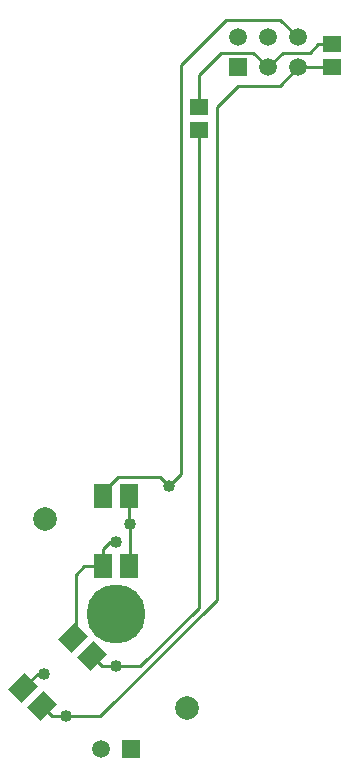
<source format=gtl>
G04 Layer_Physical_Order=1*
G04 Layer_Color=255*
%FSLAX25Y25*%
%MOIN*%
G70*
G01*
G75*
%ADD10R,0.05906X0.05512*%
%ADD11R,0.06299X0.07874*%
G04:AMPARAMS|DCode=12|XSize=78.74mil|YSize=62.99mil|CornerRadius=0mil|HoleSize=0mil|Usage=FLASHONLY|Rotation=225.000|XOffset=0mil|YOffset=0mil|HoleType=Round|Shape=Rectangle|*
%AMROTATEDRECTD12*
4,1,4,0.00557,0.05011,0.05011,0.00557,-0.00557,-0.05011,-0.05011,-0.00557,0.00557,0.05011,0.0*
%
%ADD12ROTATEDRECTD12*%

%ADD13C,0.01000*%
%ADD14C,0.05906*%
%ADD15R,0.05906X0.05906*%
%ADD16C,0.19685*%
%ADD17C,0.07874*%
%ADD18C,0.07874*%
%ADD19C,0.04000*%
D10*
X72063Y182087D02*
D03*
Y189961D02*
D03*
X27500Y161063D02*
D03*
Y168937D02*
D03*
D11*
X-4331Y39370D02*
D03*
X-4331Y15748D02*
D03*
X4331Y39370D02*
D03*
Y15748D02*
D03*
D12*
X-24777Y-30901D02*
D03*
X-8073Y-14198D02*
D03*
X-30901Y-24776D02*
D03*
X-14198Y-8073D02*
D03*
D13*
X4500Y15917D02*
Y30000D01*
X-2000Y24000D02*
X0D01*
X-4331Y21669D02*
X-2000Y24000D01*
X-4331Y15748D02*
Y21669D01*
X4331Y15748D02*
X4500Y15917D01*
X14500Y45500D02*
X17500Y42500D01*
X500Y45500D02*
X14500D01*
X-4331Y40669D02*
X500Y45500D01*
X-4331Y39370D02*
Y40669D01*
X4331Y30169D02*
Y39370D01*
X21500Y46500D02*
Y183000D01*
X17500Y42500D02*
X21500Y46500D01*
X-26125Y-20000D02*
X-24000D01*
X-30901Y-24776D02*
X-26125Y-20000D01*
X-24777Y-30901D02*
X-21474Y-34203D01*
X-16703D01*
X-5203D01*
X33500Y4500D01*
X27500Y2000D02*
Y161063D01*
X8000Y-17500D02*
X27500Y2000D01*
X-10752Y15748D02*
X-4331D01*
X-13500Y13000D02*
X-10752Y15748D01*
X-13500Y-7375D02*
Y13000D01*
X-14198Y-8073D02*
X-13500Y-7375D01*
X0Y-17500D02*
X8000D01*
X-4771D02*
X0D01*
X-8073Y-14198D02*
X-4771Y-17500D01*
X60709Y182087D02*
X72063D01*
X33500Y4500D02*
Y169000D01*
X21500Y183000D02*
X36500Y198000D01*
X54795D01*
X60709Y192087D01*
X33500Y169000D02*
X40500Y176000D01*
X54622D01*
X60709Y182087D01*
X27500Y168937D02*
Y179500D01*
X35000Y187000D01*
X45795D01*
X50709Y182087D01*
X67461Y189961D02*
X72063D01*
X64500Y187000D02*
X67461Y189961D01*
X55622Y187000D02*
X64500D01*
X50709Y182087D02*
X55622Y187000D01*
D14*
X-5000Y-45000D02*
D03*
X40709Y192087D02*
D03*
X50709Y182087D02*
D03*
Y192087D02*
D03*
X60709Y182087D02*
D03*
Y192087D02*
D03*
D15*
X5000Y-45000D02*
D03*
X40709Y182087D02*
D03*
D16*
X-0Y-0D02*
D03*
D17*
X23622Y-31496D02*
D03*
D18*
X-23622Y31496D02*
D03*
D19*
X0Y24000D02*
D03*
X4500Y30000D02*
D03*
X17500Y42500D02*
D03*
X-24000Y-20000D02*
D03*
X-16703Y-34203D02*
D03*
X0Y-17500D02*
D03*
M02*

</source>
